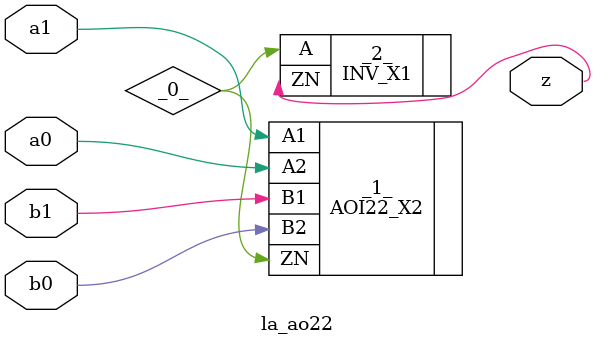
<source format=v>
/* Generated by Yosys 0.37 (git sha1 a5c7f69ed, clang 14.0.0-1ubuntu1.1 -fPIC -Os) */

module la_ao22(a0, a1, b0, b1, z);
  wire _0_;
  input a0;
  wire a0;
  input a1;
  wire a1;
  input b0;
  wire b0;
  input b1;
  wire b1;
  output z;
  wire z;
  AOI22_X2 _1_ (
    .A1(a1),
    .A2(a0),
    .B1(b1),
    .B2(b0),
    .ZN(_0_)
  );
  INV_X1 _2_ (
    .A(_0_),
    .ZN(z)
  );
endmodule

</source>
